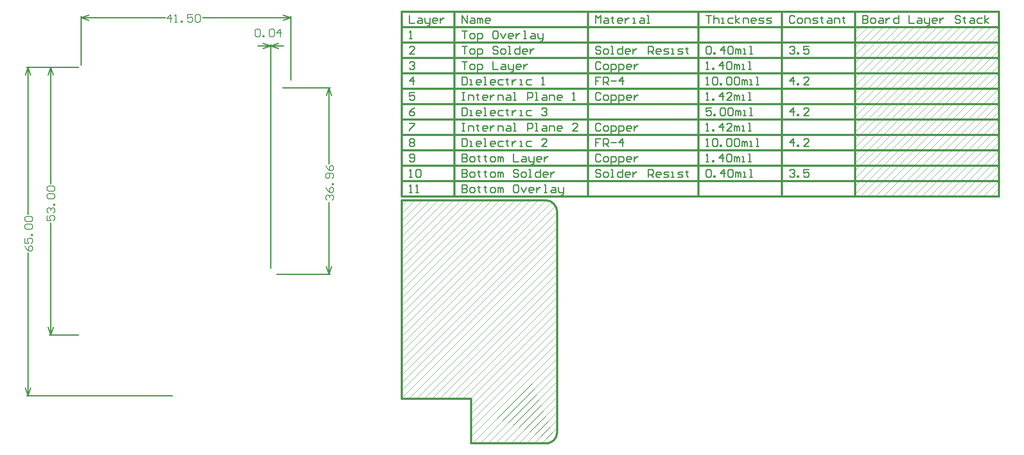
<source format=gm1>
G04 Layer_Color=16711935*
%FSAX25Y25*%
%MOIN*%
G70*
G01*
G75*
%ADD23C,0.01500*%
%ADD52C,0.01000*%
%ADD75C,0.00100*%
%ADD76C,0.00600*%
D23*
X0673495Y0309248D02*
X0675199Y0309080D01*
X0676838Y0308583D01*
X0678349Y0307775D01*
X0679673Y0306689D01*
X0680760Y0305365D01*
X0681567Y0303854D01*
X0682064Y0302215D01*
X0682232Y0300511D01*
Y0128674D02*
Y0300511D01*
X0682064Y0126970D02*
X0682232Y0128674D01*
X0681567Y0125330D02*
X0682064Y0126970D01*
X0680760Y0123820D02*
X0681567Y0125330D01*
X0679673Y0122496D02*
X0680760Y0123820D01*
X0678349Y0121409D02*
X0679673Y0122496D01*
X0676838Y0120602D02*
X0678349Y0121409D01*
X0675199Y0120105D02*
X0676838Y0120602D01*
X0673495Y0119937D02*
X0675199Y0120105D01*
X0615245Y0119937D02*
X0673495D01*
X0615245D02*
Y0154886D01*
X0561364D02*
X0615245D01*
X0561364D02*
Y0309248D01*
X0673495D01*
X1026241Y0312248D02*
Y0456248D01*
X0914273Y0432248D02*
X1026241D01*
X0914273Y0420248D02*
X1026241D01*
X0914273Y0408248D02*
X1026241D01*
X0914273Y0396248D02*
X1026241D01*
X0914273Y0384248D02*
X1026241D01*
X0914273Y0372248D02*
X1026241D01*
X0914273Y0360248D02*
X1026241D01*
X0914273Y0348248D02*
X1026241D01*
X0914273Y0336248D02*
X1026241D01*
X0914273Y0324248D02*
X1026241D01*
X0914273Y0312248D02*
X1026241D01*
X0914273D02*
Y0456248D01*
X0857287Y0432248D02*
X0914273D01*
X0857287Y0420248D02*
X0914273D01*
X0857287Y0408248D02*
X0914273D01*
X0857287Y0396248D02*
X0914273D01*
X0857287Y0384248D02*
X0914273D01*
X0857287Y0372248D02*
X0914273D01*
X0857287Y0360248D02*
X0914273D01*
X0857287Y0348248D02*
X0914273D01*
X0857287Y0336248D02*
X0914273D01*
X0857287Y0324248D02*
X0914273D01*
X0857287Y0312248D02*
X0914273D01*
X0857287D02*
Y0456248D01*
X0792303Y0432248D02*
X0857287D01*
X0792303Y0420248D02*
X0857287D01*
X0792303Y0408248D02*
X0857287D01*
X0792303Y0396248D02*
X0857287D01*
X0792303Y0384248D02*
X0857287D01*
X0792303Y0372248D02*
X0857287D01*
X0792303Y0360248D02*
X0857287D01*
X0792303Y0348248D02*
X0857287D01*
X0792303Y0336248D02*
X0857287D01*
X0792303Y0324248D02*
X0857287D01*
X0792303Y0312248D02*
X0857287D01*
X0792303D02*
Y0456248D01*
X0706326Y0432248D02*
X0792303D01*
X0706326Y0420248D02*
X0792303D01*
X0706326Y0408248D02*
X0792303D01*
X0706326Y0396248D02*
X0792303D01*
X0706326Y0384248D02*
X0792303D01*
X0706326Y0372248D02*
X0792303D01*
X0706326Y0360248D02*
X0792303D01*
X0706326Y0348248D02*
X0792303D01*
X0706326Y0336248D02*
X0792303D01*
X0706326Y0324248D02*
X0792303D01*
X0706326Y0312248D02*
X0792303D01*
X0706326D02*
Y0456248D01*
X0602355Y0432248D02*
X0706326D01*
X0602355Y0420248D02*
X0706326D01*
X0602355Y0408248D02*
X0706326D01*
X0602355Y0396248D02*
X0706326D01*
X0602355Y0384248D02*
X0706326D01*
X0602355Y0372248D02*
X0706326D01*
X0602355Y0360248D02*
X0706326D01*
X0602355Y0348248D02*
X0706326D01*
X0602355Y0336248D02*
X0706326D01*
X0602355Y0324248D02*
X0706326D01*
X0602355Y0312248D02*
X0706326D01*
X0602355D02*
Y0456248D01*
X0561364Y0432248D02*
X0602355D01*
X0561364Y0420248D02*
X0602355D01*
X0561364Y0408248D02*
X0602355D01*
X0561364Y0396248D02*
X0602355D01*
X0561364Y0384248D02*
X0602355D01*
X0561364Y0372248D02*
X0602355D01*
X0561364Y0360248D02*
X0602355D01*
X0561364Y0348248D02*
X0602355D01*
X0561364Y0336248D02*
X0602355D01*
X0561364Y0324248D02*
X0602355D01*
X0561364Y0312248D02*
X0602355D01*
X0561364D02*
Y0456248D01*
X1026241D01*
X0561364Y0444248D02*
X1026241D01*
D52*
X0463905Y0251657D02*
X0505634D01*
X0468602Y0397157D02*
X0505634D01*
X0504634Y0251657D02*
Y0307712D01*
Y0337903D02*
Y0397157D01*
Y0251657D02*
X0506634Y0257657D01*
X0502634D02*
X0504634Y0251657D01*
X0502634Y0391157D02*
X0504634Y0397157D01*
X0506634Y0391157D01*
X0459134Y0256429D02*
Y0430657D01*
X0459303Y0406457D02*
Y0430657D01*
Y0429657D02*
X0469303D01*
X0449134D02*
X0459134D01*
X0459303D02*
X0465303Y0427657D01*
X0459303Y0429657D02*
X0465303Y0431657D01*
X0453134D02*
X0459134Y0429657D01*
X0453134Y0427657D02*
X0459134Y0429657D01*
X0475051Y0403079D02*
Y0452748D01*
X0311665Y0414890D02*
Y0452748D01*
X0406354Y0451748D02*
X0475051D01*
X0311665D02*
X0377162D01*
X0469051Y0453748D02*
X0475051Y0451748D01*
X0469051Y0449748D02*
X0475051Y0451748D01*
X0311665D02*
X0317665Y0449748D01*
X0311665Y0451748D02*
X0317665Y0453748D01*
X0269303Y0157000D02*
X0382516D01*
X0269303Y0412906D02*
X0309681D01*
X0270303Y0157000D02*
Y0268257D01*
Y0298448D02*
Y0412906D01*
Y0157000D02*
X0272303Y0163000D01*
X0268303D02*
X0270303Y0157000D01*
X0268303Y0406906D02*
X0270303Y0412906D01*
X0272303Y0406906D01*
X0286803Y0412906D02*
X0309681D01*
X0286803Y0204244D02*
X0309681D01*
X0287803Y0322070D02*
Y0412906D01*
Y0204244D02*
Y0291879D01*
X0285803Y0406906D02*
X0287803Y0412906D01*
X0289803Y0406906D01*
X0287803Y0204244D02*
X0289803Y0210244D01*
X0285803D02*
X0287803Y0204244D01*
X0920273Y0453246D02*
Y0447248D01*
X0923272D01*
X0924271Y0448248D01*
Y0449247D01*
X0923272Y0450247D01*
X0920273D01*
X0923272D01*
X0924271Y0451247D01*
Y0452246D01*
X0923272Y0453246D01*
X0920273D01*
X0927271Y0447248D02*
X0929270D01*
X0930270Y0448248D01*
Y0450247D01*
X0929270Y0451247D01*
X0927271D01*
X0926271Y0450247D01*
Y0448248D01*
X0927271Y0447248D01*
X0933269Y0451247D02*
X0935268D01*
X0936267Y0450247D01*
Y0447248D01*
X0933269D01*
X0932269Y0448248D01*
X0933269Y0449247D01*
X0936267D01*
X0938267Y0451247D02*
Y0447248D01*
Y0449247D01*
X0939267Y0450247D01*
X0940266Y0451247D01*
X0941266D01*
X0948264Y0453246D02*
Y0447248D01*
X0945265D01*
X0944265Y0448248D01*
Y0450247D01*
X0945265Y0451247D01*
X0948264D01*
X0956261Y0453246D02*
Y0447248D01*
X0960260D01*
X0963259Y0451247D02*
X0965258D01*
X0966258Y0450247D01*
Y0447248D01*
X0963259D01*
X0962259Y0448248D01*
X0963259Y0449247D01*
X0966258D01*
X0968257Y0451247D02*
Y0448248D01*
X0969257Y0447248D01*
X0972256D01*
Y0446248D01*
X0971256Y0445249D01*
X0970257D01*
X0972256Y0447248D02*
Y0451247D01*
X0977254Y0447248D02*
X0975255D01*
X0974255Y0448248D01*
Y0450247D01*
X0975255Y0451247D01*
X0977254D01*
X0978254Y0450247D01*
Y0449247D01*
X0974255D01*
X0980253Y0451247D02*
Y0447248D01*
Y0449247D01*
X0981253Y0450247D01*
X0982253Y0451247D01*
X0983252D01*
X0996248Y0452246D02*
X0995249Y0453246D01*
X0993249D01*
X0992249Y0452246D01*
Y0451247D01*
X0993249Y0450247D01*
X0995249D01*
X0996248Y0449247D01*
Y0448248D01*
X0995249Y0447248D01*
X0993249D01*
X0992249Y0448248D01*
X0999247Y0452246D02*
Y0451247D01*
X0998248D01*
X1000247D01*
X0999247D01*
Y0448248D01*
X1000247Y0447248D01*
X1004246Y0451247D02*
X1006245D01*
X1007245Y0450247D01*
Y0447248D01*
X1004246D01*
X1003246Y0448248D01*
X1004246Y0449247D01*
X1007245D01*
X1013243Y0451247D02*
X1010244D01*
X1009244Y0450247D01*
Y0448248D01*
X1010244Y0447248D01*
X1013243D01*
X1015242D02*
Y0453246D01*
Y0449247D02*
X1018241Y0451247D01*
X1015242Y0449247D02*
X1018241Y0447248D01*
X0863287Y0428246D02*
X0864286Y0429246D01*
X0866286D01*
X0867285Y0428246D01*
Y0427247D01*
X0866286Y0426247D01*
X0865286D01*
X0866286D01*
X0867285Y0425247D01*
Y0424248D01*
X0866286Y0423248D01*
X0864286D01*
X0863287Y0424248D01*
X0869285Y0423248D02*
Y0424248D01*
X0870284D01*
Y0423248D01*
X0869285D01*
X0878282Y0429246D02*
X0874283D01*
Y0426247D01*
X0876282Y0427247D01*
X0877282D01*
X0878282Y0426247D01*
Y0424248D01*
X0877282Y0423248D01*
X0875283D01*
X0874283Y0424248D01*
X0866286Y0399248D02*
Y0405246D01*
X0863287Y0402247D01*
X0867285D01*
X0869285Y0399248D02*
Y0400248D01*
X0870284D01*
Y0399248D01*
X0869285D01*
X0878282D02*
X0874283D01*
X0878282Y0403247D01*
Y0404246D01*
X0877282Y0405246D01*
X0875283D01*
X0874283Y0404246D01*
X0866286Y0375248D02*
Y0381246D01*
X0863287Y0378247D01*
X0867285D01*
X0869285Y0375248D02*
Y0376248D01*
X0870284D01*
Y0375248D01*
X0869285D01*
X0878282D02*
X0874283D01*
X0878282Y0379247D01*
Y0380246D01*
X0877282Y0381246D01*
X0875283D01*
X0874283Y0380246D01*
X0866286Y0351248D02*
Y0357246D01*
X0863287Y0354247D01*
X0867285D01*
X0869285Y0351248D02*
Y0352248D01*
X0870284D01*
Y0351248D01*
X0869285D01*
X0878282D02*
X0874283D01*
X0878282Y0355247D01*
Y0356246D01*
X0877282Y0357246D01*
X0875283D01*
X0874283Y0356246D01*
X0863287Y0332246D02*
X0864286Y0333246D01*
X0866286D01*
X0867285Y0332246D01*
Y0331247D01*
X0866286Y0330247D01*
X0865286D01*
X0866286D01*
X0867285Y0329247D01*
Y0328248D01*
X0866286Y0327248D01*
X0864286D01*
X0863287Y0328248D01*
X0869285Y0327248D02*
Y0328248D01*
X0870284D01*
Y0327248D01*
X0869285D01*
X0878282Y0333246D02*
X0874283D01*
Y0330247D01*
X0876282Y0331247D01*
X0877282D01*
X0878282Y0330247D01*
Y0328248D01*
X0877282Y0327248D01*
X0875283D01*
X0874283Y0328248D01*
X0867285Y0452246D02*
X0866286Y0453246D01*
X0864286D01*
X0863287Y0452246D01*
Y0448248D01*
X0864286Y0447248D01*
X0866286D01*
X0867285Y0448248D01*
X0870284Y0447248D02*
X0872284D01*
X0873283Y0448248D01*
Y0450247D01*
X0872284Y0451247D01*
X0870284D01*
X0869285Y0450247D01*
Y0448248D01*
X0870284Y0447248D01*
X0875283D02*
Y0451247D01*
X0878282D01*
X0879282Y0450247D01*
Y0447248D01*
X0881281D02*
X0884280D01*
X0885279Y0448248D01*
X0884280Y0449247D01*
X0882281D01*
X0881281Y0450247D01*
X0882281Y0451247D01*
X0885279D01*
X0888278Y0452246D02*
Y0451247D01*
X0887279D01*
X0889278D01*
X0888278D01*
Y0448248D01*
X0889278Y0447248D01*
X0893277Y0451247D02*
X0895276D01*
X0896276Y0450247D01*
Y0447248D01*
X0893277D01*
X0892277Y0448248D01*
X0893277Y0449247D01*
X0896276D01*
X0898275Y0447248D02*
Y0451247D01*
X0901274D01*
X0902274Y0450247D01*
Y0447248D01*
X0905273Y0452246D02*
Y0451247D01*
X0904273D01*
X0906273D01*
X0905273D01*
Y0448248D01*
X0906273Y0447248D01*
X0798303Y0428246D02*
X0799303Y0429246D01*
X0801302D01*
X0802302Y0428246D01*
Y0424248D01*
X0801302Y0423248D01*
X0799303D01*
X0798303Y0424248D01*
Y0428246D01*
X0804301Y0423248D02*
Y0424248D01*
X0805301D01*
Y0423248D01*
X0804301D01*
X0812299D02*
Y0429246D01*
X0809300Y0426247D01*
X0813298D01*
X0815298Y0428246D02*
X0816297Y0429246D01*
X0818297D01*
X0819296Y0428246D01*
Y0424248D01*
X0818297Y0423248D01*
X0816297D01*
X0815298Y0424248D01*
Y0428246D01*
X0821296Y0423248D02*
Y0427247D01*
X0822295D01*
X0823295Y0426247D01*
Y0423248D01*
Y0426247D01*
X0824295Y0427247D01*
X0825294Y0426247D01*
Y0423248D01*
X0827294D02*
X0829293D01*
X0828293D01*
Y0427247D01*
X0827294D01*
X0832292Y0423248D02*
X0834291D01*
X0833292D01*
Y0429246D01*
X0832292D01*
X0798303Y0411248D02*
X0800303D01*
X0799303D01*
Y0417246D01*
X0798303Y0416246D01*
X0803302Y0411248D02*
Y0412248D01*
X0804301D01*
Y0411248D01*
X0803302D01*
X0811299D02*
Y0417246D01*
X0808300Y0414247D01*
X0812299D01*
X0814298Y0416246D02*
X0815298Y0417246D01*
X0817297D01*
X0818297Y0416246D01*
Y0412248D01*
X0817297Y0411248D01*
X0815298D01*
X0814298Y0412248D01*
Y0416246D01*
X0820296Y0411248D02*
Y0415247D01*
X0821296D01*
X0822295Y0414247D01*
Y0411248D01*
Y0414247D01*
X0823295Y0415247D01*
X0824295Y0414247D01*
Y0411248D01*
X0826294D02*
X0828293D01*
X0827294D01*
Y0415247D01*
X0826294D01*
X0831292Y0411248D02*
X0833292D01*
X0832292D01*
Y0417246D01*
X0831292D01*
X0798303Y0399248D02*
X0800303D01*
X0799303D01*
Y0405246D01*
X0798303Y0404246D01*
X0803302D02*
X0804301Y0405246D01*
X0806301D01*
X0807300Y0404246D01*
Y0400248D01*
X0806301Y0399248D01*
X0804301D01*
X0803302Y0400248D01*
Y0404246D01*
X0809300Y0399248D02*
Y0400248D01*
X0810299D01*
Y0399248D01*
X0809300D01*
X0814298Y0404246D02*
X0815298Y0405246D01*
X0817297D01*
X0818297Y0404246D01*
Y0400248D01*
X0817297Y0399248D01*
X0815298D01*
X0814298Y0400248D01*
Y0404246D01*
X0820296D02*
X0821296Y0405246D01*
X0823295D01*
X0824295Y0404246D01*
Y0400248D01*
X0823295Y0399248D01*
X0821296D01*
X0820296Y0400248D01*
Y0404246D01*
X0826294Y0399248D02*
Y0403247D01*
X0827294D01*
X0828293Y0402247D01*
Y0399248D01*
Y0402247D01*
X0829293Y0403247D01*
X0830293Y0402247D01*
Y0399248D01*
X0832292D02*
X0834291D01*
X0833292D01*
Y0403247D01*
X0832292D01*
X0837290Y0399248D02*
X0839290D01*
X0838290D01*
Y0405246D01*
X0837290D01*
X0798303Y0387248D02*
X0800303D01*
X0799303D01*
Y0393246D01*
X0798303Y0392246D01*
X0803302Y0387248D02*
Y0388248D01*
X0804301D01*
Y0387248D01*
X0803302D01*
X0811299D02*
Y0393246D01*
X0808300Y0390247D01*
X0812299D01*
X0818297Y0387248D02*
X0814298D01*
X0818297Y0391247D01*
Y0392246D01*
X0817297Y0393246D01*
X0815298D01*
X0814298Y0392246D01*
X0820296Y0387248D02*
Y0391247D01*
X0821296D01*
X0822295Y0390247D01*
Y0387248D01*
Y0390247D01*
X0823295Y0391247D01*
X0824295Y0390247D01*
Y0387248D01*
X0826294D02*
X0828293D01*
X0827294D01*
Y0391247D01*
X0826294D01*
X0831292Y0387248D02*
X0833292D01*
X0832292D01*
Y0393246D01*
X0831292D01*
X0802302Y0381246D02*
X0798303D01*
Y0378247D01*
X0800303Y0379247D01*
X0801302D01*
X0802302Y0378247D01*
Y0376248D01*
X0801302Y0375248D01*
X0799303D01*
X0798303Y0376248D01*
X0804301Y0375248D02*
Y0376248D01*
X0805301D01*
Y0375248D01*
X0804301D01*
X0809300Y0380246D02*
X0810299Y0381246D01*
X0812299D01*
X0813298Y0380246D01*
Y0376248D01*
X0812299Y0375248D01*
X0810299D01*
X0809300Y0376248D01*
Y0380246D01*
X0815298D02*
X0816297Y0381246D01*
X0818297D01*
X0819296Y0380246D01*
Y0376248D01*
X0818297Y0375248D01*
X0816297D01*
X0815298Y0376248D01*
Y0380246D01*
X0821296Y0375248D02*
Y0379247D01*
X0822295D01*
X0823295Y0378247D01*
Y0375248D01*
Y0378247D01*
X0824295Y0379247D01*
X0825294Y0378247D01*
Y0375248D01*
X0827294D02*
X0829293D01*
X0828293D01*
Y0379247D01*
X0827294D01*
X0832292Y0375248D02*
X0834291D01*
X0833292D01*
Y0381246D01*
X0832292D01*
X0798303Y0363248D02*
X0800303D01*
X0799303D01*
Y0369246D01*
X0798303Y0368246D01*
X0803302Y0363248D02*
Y0364248D01*
X0804301D01*
Y0363248D01*
X0803302D01*
X0811299D02*
Y0369246D01*
X0808300Y0366247D01*
X0812299D01*
X0818297Y0363248D02*
X0814298D01*
X0818297Y0367247D01*
Y0368246D01*
X0817297Y0369246D01*
X0815298D01*
X0814298Y0368246D01*
X0820296Y0363248D02*
Y0367247D01*
X0821296D01*
X0822295Y0366247D01*
Y0363248D01*
Y0366247D01*
X0823295Y0367247D01*
X0824295Y0366247D01*
Y0363248D01*
X0826294D02*
X0828293D01*
X0827294D01*
Y0367247D01*
X0826294D01*
X0831292Y0363248D02*
X0833292D01*
X0832292D01*
Y0369246D01*
X0831292D01*
X0798303Y0351248D02*
X0800303D01*
X0799303D01*
Y0357246D01*
X0798303Y0356246D01*
X0803302D02*
X0804301Y0357246D01*
X0806301D01*
X0807300Y0356246D01*
Y0352248D01*
X0806301Y0351248D01*
X0804301D01*
X0803302Y0352248D01*
Y0356246D01*
X0809300Y0351248D02*
Y0352248D01*
X0810299D01*
Y0351248D01*
X0809300D01*
X0814298Y0356246D02*
X0815298Y0357246D01*
X0817297D01*
X0818297Y0356246D01*
Y0352248D01*
X0817297Y0351248D01*
X0815298D01*
X0814298Y0352248D01*
Y0356246D01*
X0820296D02*
X0821296Y0357246D01*
X0823295D01*
X0824295Y0356246D01*
Y0352248D01*
X0823295Y0351248D01*
X0821296D01*
X0820296Y0352248D01*
Y0356246D01*
X0826294Y0351248D02*
Y0355247D01*
X0827294D01*
X0828293Y0354247D01*
Y0351248D01*
Y0354247D01*
X0829293Y0355247D01*
X0830293Y0354247D01*
Y0351248D01*
X0832292D02*
X0834291D01*
X0833292D01*
Y0355247D01*
X0832292D01*
X0837290Y0351248D02*
X0839290D01*
X0838290D01*
Y0357246D01*
X0837290D01*
X0798303Y0339248D02*
X0800303D01*
X0799303D01*
Y0345246D01*
X0798303Y0344246D01*
X0803302Y0339248D02*
Y0340248D01*
X0804301D01*
Y0339248D01*
X0803302D01*
X0811299D02*
Y0345246D01*
X0808300Y0342247D01*
X0812299D01*
X0814298Y0344246D02*
X0815298Y0345246D01*
X0817297D01*
X0818297Y0344246D01*
Y0340248D01*
X0817297Y0339248D01*
X0815298D01*
X0814298Y0340248D01*
Y0344246D01*
X0820296Y0339248D02*
Y0343247D01*
X0821296D01*
X0822295Y0342247D01*
Y0339248D01*
Y0342247D01*
X0823295Y0343247D01*
X0824295Y0342247D01*
Y0339248D01*
X0826294D02*
X0828293D01*
X0827294D01*
Y0343247D01*
X0826294D01*
X0831292Y0339248D02*
X0833292D01*
X0832292D01*
Y0345246D01*
X0831292D01*
X0798303Y0332246D02*
X0799303Y0333246D01*
X0801302D01*
X0802302Y0332246D01*
Y0328248D01*
X0801302Y0327248D01*
X0799303D01*
X0798303Y0328248D01*
Y0332246D01*
X0804301Y0327248D02*
Y0328248D01*
X0805301D01*
Y0327248D01*
X0804301D01*
X0812299D02*
Y0333246D01*
X0809300Y0330247D01*
X0813298D01*
X0815298Y0332246D02*
X0816297Y0333246D01*
X0818297D01*
X0819296Y0332246D01*
Y0328248D01*
X0818297Y0327248D01*
X0816297D01*
X0815298Y0328248D01*
Y0332246D01*
X0821296Y0327248D02*
Y0331247D01*
X0822295D01*
X0823295Y0330247D01*
Y0327248D01*
Y0330247D01*
X0824295Y0331247D01*
X0825294Y0330247D01*
Y0327248D01*
X0827294D02*
X0829293D01*
X0828293D01*
Y0331247D01*
X0827294D01*
X0832292Y0327248D02*
X0834291D01*
X0833292D01*
Y0333246D01*
X0832292D01*
X0798303Y0453246D02*
X0802302D01*
X0800303D01*
Y0447248D01*
X0804301Y0453246D02*
Y0447248D01*
Y0450247D01*
X0805301Y0451247D01*
X0807300D01*
X0808300Y0450247D01*
Y0447248D01*
X0810299D02*
X0812299D01*
X0811299D01*
Y0451247D01*
X0810299D01*
X0819296D02*
X0816297D01*
X0815298Y0450247D01*
Y0448248D01*
X0816297Y0447248D01*
X0819296D01*
X0821296D02*
Y0453246D01*
Y0449247D02*
X0824295Y0451247D01*
X0821296Y0449247D02*
X0824295Y0447248D01*
X0827294D02*
Y0451247D01*
X0830293D01*
X0831292Y0450247D01*
Y0447248D01*
X0836291D02*
X0834291D01*
X0833292Y0448248D01*
Y0450247D01*
X0834291Y0451247D01*
X0836291D01*
X0837290Y0450247D01*
Y0449247D01*
X0833292D01*
X0839290Y0447248D02*
X0842289D01*
X0843289Y0448248D01*
X0842289Y0449247D01*
X0840289D01*
X0839290Y0450247D01*
X0840289Y0451247D01*
X0843289D01*
X0845288Y0447248D02*
X0848287D01*
X0849287Y0448248D01*
X0848287Y0449247D01*
X0846288D01*
X0845288Y0450247D01*
X0846288Y0451247D01*
X0849287D01*
X0716325Y0428246D02*
X0715325Y0429246D01*
X0713326D01*
X0712326Y0428246D01*
Y0427247D01*
X0713326Y0426247D01*
X0715325D01*
X0716325Y0425247D01*
Y0424248D01*
X0715325Y0423248D01*
X0713326D01*
X0712326Y0424248D01*
X0719324Y0423248D02*
X0721323D01*
X0722323Y0424248D01*
Y0426247D01*
X0721323Y0427247D01*
X0719324D01*
X0718325Y0426247D01*
Y0424248D01*
X0719324Y0423248D01*
X0724323D02*
X0726322D01*
X0725322D01*
Y0429246D01*
X0724323D01*
X0733320D02*
Y0423248D01*
X0730321D01*
X0729321Y0424248D01*
Y0426247D01*
X0730321Y0427247D01*
X0733320D01*
X0738318Y0423248D02*
X0736319D01*
X0735319Y0424248D01*
Y0426247D01*
X0736319Y0427247D01*
X0738318D01*
X0739318Y0426247D01*
Y0425247D01*
X0735319D01*
X0741317Y0427247D02*
Y0423248D01*
Y0425247D01*
X0742317Y0426247D01*
X0743316Y0427247D01*
X0744316D01*
X0753313Y0423248D02*
Y0429246D01*
X0756312D01*
X0757312Y0428246D01*
Y0426247D01*
X0756312Y0425247D01*
X0753313D01*
X0755312D02*
X0757312Y0423248D01*
X0762310D02*
X0760311D01*
X0759311Y0424248D01*
Y0426247D01*
X0760311Y0427247D01*
X0762310D01*
X0763310Y0426247D01*
Y0425247D01*
X0759311D01*
X0765309Y0423248D02*
X0768308D01*
X0769308Y0424248D01*
X0768308Y0425247D01*
X0766309D01*
X0765309Y0426247D01*
X0766309Y0427247D01*
X0769308D01*
X0771307Y0423248D02*
X0773307D01*
X0772307D01*
Y0427247D01*
X0771307D01*
X0776306Y0423248D02*
X0779305D01*
X0780304Y0424248D01*
X0779305Y0425247D01*
X0777305D01*
X0776306Y0426247D01*
X0777305Y0427247D01*
X0780304D01*
X0783303Y0428246D02*
Y0427247D01*
X0782304D01*
X0784303D01*
X0783303D01*
Y0424248D01*
X0784303Y0423248D01*
X0716325Y0416246D02*
X0715325Y0417246D01*
X0713326D01*
X0712326Y0416246D01*
Y0412248D01*
X0713326Y0411248D01*
X0715325D01*
X0716325Y0412248D01*
X0719324Y0411248D02*
X0721323D01*
X0722323Y0412248D01*
Y0414247D01*
X0721323Y0415247D01*
X0719324D01*
X0718325Y0414247D01*
Y0412248D01*
X0719324Y0411248D01*
X0724323Y0409249D02*
Y0415247D01*
X0727322D01*
X0728321Y0414247D01*
Y0412248D01*
X0727322Y0411248D01*
X0724323D01*
X0730321Y0409249D02*
Y0415247D01*
X0733320D01*
X0734319Y0414247D01*
Y0412248D01*
X0733320Y0411248D01*
X0730321D01*
X0739318D02*
X0737318D01*
X0736319Y0412248D01*
Y0414247D01*
X0737318Y0415247D01*
X0739318D01*
X0740317Y0414247D01*
Y0413247D01*
X0736319D01*
X0742317Y0415247D02*
Y0411248D01*
Y0413247D01*
X0743316Y0414247D01*
X0744316Y0415247D01*
X0745316D01*
X0716325Y0405246D02*
X0712326D01*
Y0402247D01*
X0714326D01*
X0712326D01*
Y0399248D01*
X0718325D02*
Y0405246D01*
X0721323D01*
X0722323Y0404246D01*
Y0402247D01*
X0721323Y0401247D01*
X0718325D01*
X0720324D02*
X0722323Y0399248D01*
X0724323Y0402247D02*
X0728321D01*
X0733320Y0399248D02*
Y0405246D01*
X0730321Y0402247D01*
X0734319D01*
X0716325Y0392246D02*
X0715325Y0393246D01*
X0713326D01*
X0712326Y0392246D01*
Y0388248D01*
X0713326Y0387248D01*
X0715325D01*
X0716325Y0388248D01*
X0719324Y0387248D02*
X0721323D01*
X0722323Y0388248D01*
Y0390247D01*
X0721323Y0391247D01*
X0719324D01*
X0718325Y0390247D01*
Y0388248D01*
X0719324Y0387248D01*
X0724323Y0385249D02*
Y0391247D01*
X0727322D01*
X0728321Y0390247D01*
Y0388248D01*
X0727322Y0387248D01*
X0724323D01*
X0730321Y0385249D02*
Y0391247D01*
X0733320D01*
X0734319Y0390247D01*
Y0388248D01*
X0733320Y0387248D01*
X0730321D01*
X0739318D02*
X0737318D01*
X0736319Y0388248D01*
Y0390247D01*
X0737318Y0391247D01*
X0739318D01*
X0740317Y0390247D01*
Y0389247D01*
X0736319D01*
X0742317Y0391247D02*
Y0387248D01*
Y0389247D01*
X0743316Y0390247D01*
X0744316Y0391247D01*
X0745316D01*
X0716325Y0368246D02*
X0715325Y0369246D01*
X0713326D01*
X0712326Y0368246D01*
Y0364248D01*
X0713326Y0363248D01*
X0715325D01*
X0716325Y0364248D01*
X0719324Y0363248D02*
X0721323D01*
X0722323Y0364248D01*
Y0366247D01*
X0721323Y0367247D01*
X0719324D01*
X0718325Y0366247D01*
Y0364248D01*
X0719324Y0363248D01*
X0724323Y0361249D02*
Y0367247D01*
X0727322D01*
X0728321Y0366247D01*
Y0364248D01*
X0727322Y0363248D01*
X0724323D01*
X0730321Y0361249D02*
Y0367247D01*
X0733320D01*
X0734319Y0366247D01*
Y0364248D01*
X0733320Y0363248D01*
X0730321D01*
X0739318D02*
X0737318D01*
X0736319Y0364248D01*
Y0366247D01*
X0737318Y0367247D01*
X0739318D01*
X0740317Y0366247D01*
Y0365247D01*
X0736319D01*
X0742317Y0367247D02*
Y0363248D01*
Y0365247D01*
X0743316Y0366247D01*
X0744316Y0367247D01*
X0745316D01*
X0716325Y0357246D02*
X0712326D01*
Y0354247D01*
X0714326D01*
X0712326D01*
Y0351248D01*
X0718325D02*
Y0357246D01*
X0721323D01*
X0722323Y0356246D01*
Y0354247D01*
X0721323Y0353247D01*
X0718325D01*
X0720324D02*
X0722323Y0351248D01*
X0724323Y0354247D02*
X0728321D01*
X0733320Y0351248D02*
Y0357246D01*
X0730321Y0354247D01*
X0734319D01*
X0716325Y0344246D02*
X0715325Y0345246D01*
X0713326D01*
X0712326Y0344246D01*
Y0340248D01*
X0713326Y0339248D01*
X0715325D01*
X0716325Y0340248D01*
X0719324Y0339248D02*
X0721323D01*
X0722323Y0340248D01*
Y0342247D01*
X0721323Y0343247D01*
X0719324D01*
X0718325Y0342247D01*
Y0340248D01*
X0719324Y0339248D01*
X0724323Y0337249D02*
Y0343247D01*
X0727322D01*
X0728321Y0342247D01*
Y0340248D01*
X0727322Y0339248D01*
X0724323D01*
X0730321Y0337249D02*
Y0343247D01*
X0733320D01*
X0734319Y0342247D01*
Y0340248D01*
X0733320Y0339248D01*
X0730321D01*
X0739318D02*
X0737318D01*
X0736319Y0340248D01*
Y0342247D01*
X0737318Y0343247D01*
X0739318D01*
X0740317Y0342247D01*
Y0341247D01*
X0736319D01*
X0742317Y0343247D02*
Y0339248D01*
Y0341247D01*
X0743316Y0342247D01*
X0744316Y0343247D01*
X0745316D01*
X0716325Y0332246D02*
X0715325Y0333246D01*
X0713326D01*
X0712326Y0332246D01*
Y0331247D01*
X0713326Y0330247D01*
X0715325D01*
X0716325Y0329247D01*
Y0328248D01*
X0715325Y0327248D01*
X0713326D01*
X0712326Y0328248D01*
X0719324Y0327248D02*
X0721323D01*
X0722323Y0328248D01*
Y0330247D01*
X0721323Y0331247D01*
X0719324D01*
X0718325Y0330247D01*
Y0328248D01*
X0719324Y0327248D01*
X0724323D02*
X0726322D01*
X0725322D01*
Y0333246D01*
X0724323D01*
X0733320D02*
Y0327248D01*
X0730321D01*
X0729321Y0328248D01*
Y0330247D01*
X0730321Y0331247D01*
X0733320D01*
X0738318Y0327248D02*
X0736319D01*
X0735319Y0328248D01*
Y0330247D01*
X0736319Y0331247D01*
X0738318D01*
X0739318Y0330247D01*
Y0329247D01*
X0735319D01*
X0741317Y0331247D02*
Y0327248D01*
Y0329247D01*
X0742317Y0330247D01*
X0743316Y0331247D01*
X0744316D01*
X0753313Y0327248D02*
Y0333246D01*
X0756312D01*
X0757312Y0332246D01*
Y0330247D01*
X0756312Y0329247D01*
X0753313D01*
X0755312D02*
X0757312Y0327248D01*
X0762310D02*
X0760311D01*
X0759311Y0328248D01*
Y0330247D01*
X0760311Y0331247D01*
X0762310D01*
X0763310Y0330247D01*
Y0329247D01*
X0759311D01*
X0765309Y0327248D02*
X0768308D01*
X0769308Y0328248D01*
X0768308Y0329247D01*
X0766309D01*
X0765309Y0330247D01*
X0766309Y0331247D01*
X0769308D01*
X0771307Y0327248D02*
X0773307D01*
X0772307D01*
Y0331247D01*
X0771307D01*
X0776306Y0327248D02*
X0779305D01*
X0780304Y0328248D01*
X0779305Y0329247D01*
X0777305D01*
X0776306Y0330247D01*
X0777305Y0331247D01*
X0780304D01*
X0783303Y0332246D02*
Y0331247D01*
X0782304D01*
X0784303D01*
X0783303D01*
Y0328248D01*
X0784303Y0327248D01*
X0712326Y0447248D02*
Y0453246D01*
X0714326Y0451247D01*
X0716325Y0453246D01*
Y0447248D01*
X0719324Y0451247D02*
X0721323D01*
X0722323Y0450247D01*
Y0447248D01*
X0719324D01*
X0718325Y0448248D01*
X0719324Y0449247D01*
X0722323D01*
X0725322Y0452246D02*
Y0451247D01*
X0724323D01*
X0726322D01*
X0725322D01*
Y0448248D01*
X0726322Y0447248D01*
X0732320D02*
X0730321D01*
X0729321Y0448248D01*
Y0450247D01*
X0730321Y0451247D01*
X0732320D01*
X0733320Y0450247D01*
Y0449247D01*
X0729321D01*
X0735319Y0451247D02*
Y0447248D01*
Y0449247D01*
X0736319Y0450247D01*
X0737318Y0451247D01*
X0738318D01*
X0741317Y0447248D02*
X0743316D01*
X0742317D01*
Y0451247D01*
X0741317D01*
X0747315D02*
X0749314D01*
X0750314Y0450247D01*
Y0447248D01*
X0747315D01*
X0746315Y0448248D01*
X0747315Y0449247D01*
X0750314D01*
X0752314Y0447248D02*
X0754313D01*
X0753313D01*
Y0453246D01*
X0752314D01*
X0608356Y0441246D02*
X0612354D01*
X0610355D01*
Y0435248D01*
X0615353D02*
X0617353D01*
X0618352Y0436248D01*
Y0438247D01*
X0617353Y0439247D01*
X0615353D01*
X0614354Y0438247D01*
Y0436248D01*
X0615353Y0435248D01*
X0620352Y0433249D02*
Y0439247D01*
X0623351D01*
X0624350Y0438247D01*
Y0436248D01*
X0623351Y0435248D01*
X0620352D01*
X0635347Y0441246D02*
X0633347D01*
X0632348Y0440246D01*
Y0436248D01*
X0633347Y0435248D01*
X0635347D01*
X0636346Y0436248D01*
Y0440246D01*
X0635347Y0441246D01*
X0638346Y0439247D02*
X0640345Y0435248D01*
X0642345Y0439247D01*
X0647343Y0435248D02*
X0645344D01*
X0644344Y0436248D01*
Y0438247D01*
X0645344Y0439247D01*
X0647343D01*
X0648343Y0438247D01*
Y0437247D01*
X0644344D01*
X0650342Y0439247D02*
Y0435248D01*
Y0437247D01*
X0651342Y0438247D01*
X0652341Y0439247D01*
X0653341D01*
X0656340Y0435248D02*
X0658339D01*
X0657340D01*
Y0441246D01*
X0656340D01*
X0662338Y0439247D02*
X0664337D01*
X0665337Y0438247D01*
Y0435248D01*
X0662338D01*
X0661338Y0436248D01*
X0662338Y0437247D01*
X0665337D01*
X0667336Y0439247D02*
Y0436248D01*
X0668336Y0435248D01*
X0671335D01*
Y0434248D01*
X0670335Y0433249D01*
X0669336D01*
X0671335Y0435248D02*
Y0439247D01*
X0608356Y0429246D02*
X0612354D01*
X0610355D01*
Y0423248D01*
X0615353D02*
X0617353D01*
X0618352Y0424248D01*
Y0426247D01*
X0617353Y0427247D01*
X0615353D01*
X0614354Y0426247D01*
Y0424248D01*
X0615353Y0423248D01*
X0620352Y0421249D02*
Y0427247D01*
X0623351D01*
X0624350Y0426247D01*
Y0424248D01*
X0623351Y0423248D01*
X0620352D01*
X0636346Y0428246D02*
X0635347Y0429246D01*
X0633347D01*
X0632348Y0428246D01*
Y0427247D01*
X0633347Y0426247D01*
X0635347D01*
X0636346Y0425247D01*
Y0424248D01*
X0635347Y0423248D01*
X0633347D01*
X0632348Y0424248D01*
X0639346Y0423248D02*
X0641345D01*
X0642345Y0424248D01*
Y0426247D01*
X0641345Y0427247D01*
X0639346D01*
X0638346Y0426247D01*
Y0424248D01*
X0639346Y0423248D01*
X0644344D02*
X0646343D01*
X0645344D01*
Y0429246D01*
X0644344D01*
X0653341D02*
Y0423248D01*
X0650342D01*
X0649342Y0424248D01*
Y0426247D01*
X0650342Y0427247D01*
X0653341D01*
X0658339Y0423248D02*
X0656340D01*
X0655340Y0424248D01*
Y0426247D01*
X0656340Y0427247D01*
X0658339D01*
X0659339Y0426247D01*
Y0425247D01*
X0655340D01*
X0661338Y0427247D02*
Y0423248D01*
Y0425247D01*
X0662338Y0426247D01*
X0663338Y0427247D01*
X0664337D01*
X0608356Y0417246D02*
X0612354D01*
X0610355D01*
Y0411248D01*
X0615353D02*
X0617353D01*
X0618352Y0412248D01*
Y0414247D01*
X0617353Y0415247D01*
X0615353D01*
X0614354Y0414247D01*
Y0412248D01*
X0615353Y0411248D01*
X0620352Y0409249D02*
Y0415247D01*
X0623351D01*
X0624350Y0414247D01*
Y0412248D01*
X0623351Y0411248D01*
X0620352D01*
X0632348Y0417246D02*
Y0411248D01*
X0636346D01*
X0639346Y0415247D02*
X0641345D01*
X0642345Y0414247D01*
Y0411248D01*
X0639346D01*
X0638346Y0412248D01*
X0639346Y0413247D01*
X0642345D01*
X0644344Y0415247D02*
Y0412248D01*
X0645344Y0411248D01*
X0648343D01*
Y0410248D01*
X0647343Y0409249D01*
X0646343D01*
X0648343Y0411248D02*
Y0415247D01*
X0653341Y0411248D02*
X0651342D01*
X0650342Y0412248D01*
Y0414247D01*
X0651342Y0415247D01*
X0653341D01*
X0654341Y0414247D01*
Y0413247D01*
X0650342D01*
X0656340Y0415247D02*
Y0411248D01*
Y0413247D01*
X0657340Y0414247D01*
X0658339Y0415247D01*
X0659339D01*
X0608356Y0405246D02*
Y0399248D01*
X0611355D01*
X0612354Y0400248D01*
Y0404246D01*
X0611355Y0405246D01*
X0608356D01*
X0614354Y0399248D02*
X0616353D01*
X0615353D01*
Y0403247D01*
X0614354D01*
X0622351Y0399248D02*
X0620352D01*
X0619352Y0400248D01*
Y0402247D01*
X0620352Y0403247D01*
X0622351D01*
X0623351Y0402247D01*
Y0401247D01*
X0619352D01*
X0625350Y0399248D02*
X0627349D01*
X0626350D01*
Y0405246D01*
X0625350D01*
X0633347Y0399248D02*
X0631348D01*
X0630348Y0400248D01*
Y0402247D01*
X0631348Y0403247D01*
X0633347D01*
X0634347Y0402247D01*
Y0401247D01*
X0630348D01*
X0640345Y0403247D02*
X0637346D01*
X0636346Y0402247D01*
Y0400248D01*
X0637346Y0399248D01*
X0640345D01*
X0643344Y0404246D02*
Y0403247D01*
X0642345D01*
X0644344D01*
X0643344D01*
Y0400248D01*
X0644344Y0399248D01*
X0647343Y0403247D02*
Y0399248D01*
Y0401247D01*
X0648343Y0402247D01*
X0649342Y0403247D01*
X0650342D01*
X0653341Y0399248D02*
X0655340D01*
X0654341D01*
Y0403247D01*
X0653341D01*
X0662338D02*
X0659339D01*
X0658339Y0402247D01*
Y0400248D01*
X0659339Y0399248D01*
X0662338D01*
X0670335D02*
X0672335D01*
X0671335D01*
Y0405246D01*
X0670335Y0404246D01*
X0608356Y0393246D02*
X0610355D01*
X0609355D01*
Y0387248D01*
X0608356D01*
X0610355D01*
X0613354D02*
Y0391247D01*
X0616353D01*
X0617353Y0390247D01*
Y0387248D01*
X0620352Y0392246D02*
Y0391247D01*
X0619352D01*
X0621351D01*
X0620352D01*
Y0388248D01*
X0621351Y0387248D01*
X0627349D02*
X0625350D01*
X0624350Y0388248D01*
Y0390247D01*
X0625350Y0391247D01*
X0627349D01*
X0628349Y0390247D01*
Y0389247D01*
X0624350D01*
X0630348Y0391247D02*
Y0387248D01*
Y0389247D01*
X0631348Y0390247D01*
X0632348Y0391247D01*
X0633347D01*
X0636346Y0387248D02*
Y0391247D01*
X0639346D01*
X0640345Y0390247D01*
Y0387248D01*
X0643344Y0391247D02*
X0645343D01*
X0646343Y0390247D01*
Y0387248D01*
X0643344D01*
X0642345Y0388248D01*
X0643344Y0389247D01*
X0646343D01*
X0648343Y0387248D02*
X0650342D01*
X0649342D01*
Y0393246D01*
X0648343D01*
X0659339Y0387248D02*
Y0393246D01*
X0662338D01*
X0663338Y0392246D01*
Y0390247D01*
X0662338Y0389247D01*
X0659339D01*
X0665337Y0387248D02*
X0667336D01*
X0666337D01*
Y0393246D01*
X0665337D01*
X0671335Y0391247D02*
X0673335D01*
X0674334Y0390247D01*
Y0387248D01*
X0671335D01*
X0670335Y0388248D01*
X0671335Y0389247D01*
X0674334D01*
X0676334Y0387248D02*
Y0391247D01*
X0679332D01*
X0680332Y0390247D01*
Y0387248D01*
X0685331D02*
X0683331D01*
X0682332Y0388248D01*
Y0390247D01*
X0683331Y0391247D01*
X0685331D01*
X0686330Y0390247D01*
Y0389247D01*
X0682332D01*
X0694328Y0387248D02*
X0696327D01*
X0695327D01*
Y0393246D01*
X0694328Y0392246D01*
X0608356Y0381246D02*
Y0375248D01*
X0611355D01*
X0612354Y0376248D01*
Y0380246D01*
X0611355Y0381246D01*
X0608356D01*
X0614354Y0375248D02*
X0616353D01*
X0615353D01*
Y0379247D01*
X0614354D01*
X0622351Y0375248D02*
X0620352D01*
X0619352Y0376248D01*
Y0378247D01*
X0620352Y0379247D01*
X0622351D01*
X0623351Y0378247D01*
Y0377247D01*
X0619352D01*
X0625350Y0375248D02*
X0627349D01*
X0626350D01*
Y0381246D01*
X0625350D01*
X0633347Y0375248D02*
X0631348D01*
X0630348Y0376248D01*
Y0378247D01*
X0631348Y0379247D01*
X0633347D01*
X0634347Y0378247D01*
Y0377247D01*
X0630348D01*
X0640345Y0379247D02*
X0637346D01*
X0636346Y0378247D01*
Y0376248D01*
X0637346Y0375248D01*
X0640345D01*
X0643344Y0380246D02*
Y0379247D01*
X0642345D01*
X0644344D01*
X0643344D01*
Y0376248D01*
X0644344Y0375248D01*
X0647343Y0379247D02*
Y0375248D01*
Y0377247D01*
X0648343Y0378247D01*
X0649342Y0379247D01*
X0650342D01*
X0653341Y0375248D02*
X0655340D01*
X0654341D01*
Y0379247D01*
X0653341D01*
X0662338D02*
X0659339D01*
X0658339Y0378247D01*
Y0376248D01*
X0659339Y0375248D01*
X0662338D01*
X0670335Y0380246D02*
X0671335Y0381246D01*
X0673335D01*
X0674334Y0380246D01*
Y0379247D01*
X0673335Y0378247D01*
X0672335D01*
X0673335D01*
X0674334Y0377247D01*
Y0376248D01*
X0673335Y0375248D01*
X0671335D01*
X0670335Y0376248D01*
X0608356Y0369246D02*
X0610355D01*
X0609355D01*
Y0363248D01*
X0608356D01*
X0610355D01*
X0613354D02*
Y0367247D01*
X0616353D01*
X0617353Y0366247D01*
Y0363248D01*
X0620352Y0368246D02*
Y0367247D01*
X0619352D01*
X0621351D01*
X0620352D01*
Y0364248D01*
X0621351Y0363248D01*
X0627349D02*
X0625350D01*
X0624350Y0364248D01*
Y0366247D01*
X0625350Y0367247D01*
X0627349D01*
X0628349Y0366247D01*
Y0365247D01*
X0624350D01*
X0630348Y0367247D02*
Y0363248D01*
Y0365247D01*
X0631348Y0366247D01*
X0632348Y0367247D01*
X0633347D01*
X0636346Y0363248D02*
Y0367247D01*
X0639346D01*
X0640345Y0366247D01*
Y0363248D01*
X0643344Y0367247D02*
X0645343D01*
X0646343Y0366247D01*
Y0363248D01*
X0643344D01*
X0642345Y0364248D01*
X0643344Y0365247D01*
X0646343D01*
X0648343Y0363248D02*
X0650342D01*
X0649342D01*
Y0369246D01*
X0648343D01*
X0659339Y0363248D02*
Y0369246D01*
X0662338D01*
X0663338Y0368246D01*
Y0366247D01*
X0662338Y0365247D01*
X0659339D01*
X0665337Y0363248D02*
X0667336D01*
X0666337D01*
Y0369246D01*
X0665337D01*
X0671335Y0367247D02*
X0673335D01*
X0674334Y0366247D01*
Y0363248D01*
X0671335D01*
X0670335Y0364248D01*
X0671335Y0365247D01*
X0674334D01*
X0676334Y0363248D02*
Y0367247D01*
X0679332D01*
X0680332Y0366247D01*
Y0363248D01*
X0685331D02*
X0683331D01*
X0682332Y0364248D01*
Y0366247D01*
X0683331Y0367247D01*
X0685331D01*
X0686330Y0366247D01*
Y0365247D01*
X0682332D01*
X0698326Y0363248D02*
X0694328D01*
X0698326Y0367247D01*
Y0368246D01*
X0697327Y0369246D01*
X0695327D01*
X0694328Y0368246D01*
X0608356Y0357246D02*
Y0351248D01*
X0611355D01*
X0612354Y0352248D01*
Y0356246D01*
X0611355Y0357246D01*
X0608356D01*
X0614354Y0351248D02*
X0616353D01*
X0615353D01*
Y0355247D01*
X0614354D01*
X0622351Y0351248D02*
X0620352D01*
X0619352Y0352248D01*
Y0354247D01*
X0620352Y0355247D01*
X0622351D01*
X0623351Y0354247D01*
Y0353247D01*
X0619352D01*
X0625350Y0351248D02*
X0627349D01*
X0626350D01*
Y0357246D01*
X0625350D01*
X0633347Y0351248D02*
X0631348D01*
X0630348Y0352248D01*
Y0354247D01*
X0631348Y0355247D01*
X0633347D01*
X0634347Y0354247D01*
Y0353247D01*
X0630348D01*
X0640345Y0355247D02*
X0637346D01*
X0636346Y0354247D01*
Y0352248D01*
X0637346Y0351248D01*
X0640345D01*
X0643344Y0356246D02*
Y0355247D01*
X0642345D01*
X0644344D01*
X0643344D01*
Y0352248D01*
X0644344Y0351248D01*
X0647343Y0355247D02*
Y0351248D01*
Y0353247D01*
X0648343Y0354247D01*
X0649342Y0355247D01*
X0650342D01*
X0653341Y0351248D02*
X0655340D01*
X0654341D01*
Y0355247D01*
X0653341D01*
X0662338D02*
X0659339D01*
X0658339Y0354247D01*
Y0352248D01*
X0659339Y0351248D01*
X0662338D01*
X0674334D02*
X0670335D01*
X0674334Y0355247D01*
Y0356246D01*
X0673335Y0357246D01*
X0671335D01*
X0670335Y0356246D01*
X0608356Y0345246D02*
Y0339248D01*
X0611355D01*
X0612354Y0340248D01*
Y0341247D01*
X0611355Y0342247D01*
X0608356D01*
X0611355D01*
X0612354Y0343247D01*
Y0344246D01*
X0611355Y0345246D01*
X0608356D01*
X0615353Y0339248D02*
X0617353D01*
X0618352Y0340248D01*
Y0342247D01*
X0617353Y0343247D01*
X0615353D01*
X0614354Y0342247D01*
Y0340248D01*
X0615353Y0339248D01*
X0621351Y0344246D02*
Y0343247D01*
X0620352D01*
X0622351D01*
X0621351D01*
Y0340248D01*
X0622351Y0339248D01*
X0626350Y0344246D02*
Y0343247D01*
X0625350D01*
X0627349D01*
X0626350D01*
Y0340248D01*
X0627349Y0339248D01*
X0631348D02*
X0633347D01*
X0634347Y0340248D01*
Y0342247D01*
X0633347Y0343247D01*
X0631348D01*
X0630348Y0342247D01*
Y0340248D01*
X0631348Y0339248D01*
X0636346D02*
Y0343247D01*
X0637346D01*
X0638346Y0342247D01*
Y0339248D01*
Y0342247D01*
X0639346Y0343247D01*
X0640345Y0342247D01*
Y0339248D01*
X0648343Y0345246D02*
Y0339248D01*
X0652341D01*
X0655340Y0343247D02*
X0657340D01*
X0658339Y0342247D01*
Y0339248D01*
X0655340D01*
X0654341Y0340248D01*
X0655340Y0341247D01*
X0658339D01*
X0660339Y0343247D02*
Y0340248D01*
X0661338Y0339248D01*
X0664337D01*
Y0338248D01*
X0663338Y0337249D01*
X0662338D01*
X0664337Y0339248D02*
Y0343247D01*
X0669336Y0339248D02*
X0667336D01*
X0666337Y0340248D01*
Y0342247D01*
X0667336Y0343247D01*
X0669336D01*
X0670335Y0342247D01*
Y0341247D01*
X0666337D01*
X0672335Y0343247D02*
Y0339248D01*
Y0341247D01*
X0673335Y0342247D01*
X0674334Y0343247D01*
X0675334D01*
X0608356Y0333246D02*
Y0327248D01*
X0611355D01*
X0612354Y0328248D01*
Y0329247D01*
X0611355Y0330247D01*
X0608356D01*
X0611355D01*
X0612354Y0331247D01*
Y0332246D01*
X0611355Y0333246D01*
X0608356D01*
X0615353Y0327248D02*
X0617353D01*
X0618352Y0328248D01*
Y0330247D01*
X0617353Y0331247D01*
X0615353D01*
X0614354Y0330247D01*
Y0328248D01*
X0615353Y0327248D01*
X0621351Y0332246D02*
Y0331247D01*
X0620352D01*
X0622351D01*
X0621351D01*
Y0328248D01*
X0622351Y0327248D01*
X0626350Y0332246D02*
Y0331247D01*
X0625350D01*
X0627349D01*
X0626350D01*
Y0328248D01*
X0627349Y0327248D01*
X0631348D02*
X0633347D01*
X0634347Y0328248D01*
Y0330247D01*
X0633347Y0331247D01*
X0631348D01*
X0630348Y0330247D01*
Y0328248D01*
X0631348Y0327248D01*
X0636346D02*
Y0331247D01*
X0637346D01*
X0638346Y0330247D01*
Y0327248D01*
Y0330247D01*
X0639346Y0331247D01*
X0640345Y0330247D01*
Y0327248D01*
X0652341Y0332246D02*
X0651342Y0333246D01*
X0649342D01*
X0648343Y0332246D01*
Y0331247D01*
X0649342Y0330247D01*
X0651342D01*
X0652341Y0329247D01*
Y0328248D01*
X0651342Y0327248D01*
X0649342D01*
X0648343Y0328248D01*
X0655340Y0327248D02*
X0657340D01*
X0658339Y0328248D01*
Y0330247D01*
X0657340Y0331247D01*
X0655340D01*
X0654341Y0330247D01*
Y0328248D01*
X0655340Y0327248D01*
X0660339D02*
X0662338D01*
X0661338D01*
Y0333246D01*
X0660339D01*
X0669336D02*
Y0327248D01*
X0666337D01*
X0665337Y0328248D01*
Y0330247D01*
X0666337Y0331247D01*
X0669336D01*
X0674334Y0327248D02*
X0672335D01*
X0671335Y0328248D01*
Y0330247D01*
X0672335Y0331247D01*
X0674334D01*
X0675334Y0330247D01*
Y0329247D01*
X0671335D01*
X0677333Y0331247D02*
Y0327248D01*
Y0329247D01*
X0678333Y0330247D01*
X0679332Y0331247D01*
X0680332D01*
X0608356Y0321246D02*
Y0315248D01*
X0611355D01*
X0612354Y0316248D01*
Y0317247D01*
X0611355Y0318247D01*
X0608356D01*
X0611355D01*
X0612354Y0319247D01*
Y0320246D01*
X0611355Y0321246D01*
X0608356D01*
X0615353Y0315248D02*
X0617353D01*
X0618352Y0316248D01*
Y0318247D01*
X0617353Y0319247D01*
X0615353D01*
X0614354Y0318247D01*
Y0316248D01*
X0615353Y0315248D01*
X0621351Y0320246D02*
Y0319247D01*
X0620352D01*
X0622351D01*
X0621351D01*
Y0316248D01*
X0622351Y0315248D01*
X0626350Y0320246D02*
Y0319247D01*
X0625350D01*
X0627349D01*
X0626350D01*
Y0316248D01*
X0627349Y0315248D01*
X0631348D02*
X0633347D01*
X0634347Y0316248D01*
Y0318247D01*
X0633347Y0319247D01*
X0631348D01*
X0630348Y0318247D01*
Y0316248D01*
X0631348Y0315248D01*
X0636346D02*
Y0319247D01*
X0637346D01*
X0638346Y0318247D01*
Y0315248D01*
Y0318247D01*
X0639346Y0319247D01*
X0640345Y0318247D01*
Y0315248D01*
X0651342Y0321246D02*
X0649342D01*
X0648343Y0320246D01*
Y0316248D01*
X0649342Y0315248D01*
X0651342D01*
X0652341Y0316248D01*
Y0320246D01*
X0651342Y0321246D01*
X0654341Y0319247D02*
X0656340Y0315248D01*
X0658339Y0319247D01*
X0663338Y0315248D02*
X0661338D01*
X0660339Y0316248D01*
Y0318247D01*
X0661338Y0319247D01*
X0663338D01*
X0664337Y0318247D01*
Y0317247D01*
X0660339D01*
X0666337Y0319247D02*
Y0315248D01*
Y0317247D01*
X0667336Y0318247D01*
X0668336Y0319247D01*
X0669336D01*
X0672335Y0315248D02*
X0674334D01*
X0673335D01*
Y0321246D01*
X0672335D01*
X0678333Y0319247D02*
X0680332D01*
X0681332Y0318247D01*
Y0315248D01*
X0678333D01*
X0677333Y0316248D01*
X0678333Y0317247D01*
X0681332D01*
X0683331Y0319247D02*
Y0316248D01*
X0684331Y0315248D01*
X0687330D01*
Y0314248D01*
X0686330Y0313249D01*
X0685331D01*
X0687330Y0315248D02*
Y0319247D01*
X0608356Y0447248D02*
Y0453246D01*
X0612354Y0447248D01*
Y0453246D01*
X0615353Y0451247D02*
X0617353D01*
X0618352Y0450247D01*
Y0447248D01*
X0615353D01*
X0614354Y0448248D01*
X0615353Y0449247D01*
X0618352D01*
X0620352Y0447248D02*
Y0451247D01*
X0621351D01*
X0622351Y0450247D01*
Y0447248D01*
Y0450247D01*
X0623351Y0451247D01*
X0624350Y0450247D01*
Y0447248D01*
X0629349D02*
X0627349D01*
X0626350Y0448248D01*
Y0450247D01*
X0627349Y0451247D01*
X0629349D01*
X0630348Y0450247D01*
Y0449247D01*
X0626350D01*
X0567364Y0435248D02*
X0569364D01*
X0568364D01*
Y0441246D01*
X0567364Y0440246D01*
X0571363Y0423248D02*
X0567364D01*
X0571363Y0427247D01*
Y0428246D01*
X0570363Y0429246D01*
X0568364D01*
X0567364Y0428246D01*
Y0416246D02*
X0568364Y0417246D01*
X0570363D01*
X0571363Y0416246D01*
Y0415247D01*
X0570363Y0414247D01*
X0569364D01*
X0570363D01*
X0571363Y0413247D01*
Y0412248D01*
X0570363Y0411248D01*
X0568364D01*
X0567364Y0412248D01*
X0570363Y0399248D02*
Y0405246D01*
X0567364Y0402247D01*
X0571363D01*
Y0393246D02*
X0567364D01*
Y0390247D01*
X0569364Y0391247D01*
X0570363D01*
X0571363Y0390247D01*
Y0388248D01*
X0570363Y0387248D01*
X0568364D01*
X0567364Y0388248D01*
X0571363Y0381246D02*
X0569364Y0380246D01*
X0567364Y0378247D01*
Y0376248D01*
X0568364Y0375248D01*
X0570363D01*
X0571363Y0376248D01*
Y0377247D01*
X0570363Y0378247D01*
X0567364D01*
Y0369246D02*
X0571363D01*
Y0368246D01*
X0567364Y0364248D01*
Y0363248D01*
Y0356246D02*
X0568364Y0357246D01*
X0570363D01*
X0571363Y0356246D01*
Y0355247D01*
X0570363Y0354247D01*
X0571363Y0353247D01*
Y0352248D01*
X0570363Y0351248D01*
X0568364D01*
X0567364Y0352248D01*
Y0353247D01*
X0568364Y0354247D01*
X0567364Y0355247D01*
Y0356246D01*
X0568364Y0354247D02*
X0570363D01*
X0567364Y0340248D02*
X0568364Y0339248D01*
X0570363D01*
X0571363Y0340248D01*
Y0344246D01*
X0570363Y0345246D01*
X0568364D01*
X0567364Y0344246D01*
Y0343247D01*
X0568364Y0342247D01*
X0571363D01*
X0567364Y0327248D02*
X0569364D01*
X0568364D01*
Y0333246D01*
X0567364Y0332246D01*
X0572363D02*
X0573362Y0333246D01*
X0575362D01*
X0576361Y0332246D01*
Y0328248D01*
X0575362Y0327248D01*
X0573362D01*
X0572363Y0328248D01*
Y0332246D01*
X0567364Y0315248D02*
X0569364D01*
X0568364D01*
Y0321246D01*
X0567364Y0320246D01*
X0572363Y0315248D02*
X0574362D01*
X0573362D01*
Y0321246D01*
X0572363Y0320246D01*
X0567364Y0453246D02*
Y0447248D01*
X0571363D01*
X0574362Y0451247D02*
X0576361D01*
X0577361Y0450247D01*
Y0447248D01*
X0574362D01*
X0573362Y0448248D01*
X0574362Y0449247D01*
X0577361D01*
X0579360Y0451247D02*
Y0448248D01*
X0580360Y0447248D01*
X0583359D01*
Y0446248D01*
X0582359Y0445249D01*
X0581360D01*
X0583359Y0447248D02*
Y0451247D01*
X0588357Y0447248D02*
X0586358D01*
X0585358Y0448248D01*
Y0450247D01*
X0586358Y0451247D01*
X0588357D01*
X0589357Y0450247D01*
Y0449247D01*
X0585358D01*
X0591357Y0451247D02*
Y0447248D01*
Y0449247D01*
X0592356Y0450247D01*
X0593356Y0451247D01*
X0594355D01*
D75*
X0561364Y0305069D02*
X0565598Y0309302D01*
X0561364Y0299069D02*
X0571598Y0309302D01*
X0561364Y0293069D02*
X0577598Y0309302D01*
X0561364Y0287069D02*
X0583598Y0309302D01*
X0561364Y0281069D02*
X0589598Y0309302D01*
X0561364Y0275069D02*
X0595598Y0309302D01*
X0561364Y0269069D02*
X0601598Y0309302D01*
X0561364Y0263069D02*
X0607598Y0309302D01*
X0561364Y0257069D02*
X0613598Y0309302D01*
X0561364Y0251069D02*
X0619598Y0309302D01*
X0561364Y0245069D02*
X0625598Y0309302D01*
X0561364Y0239069D02*
X0631598Y0309302D01*
X0561364Y0233069D02*
X0637598Y0309302D01*
X0561364Y0227069D02*
X0643598Y0309302D01*
X0561364Y0221069D02*
X0649598Y0309302D01*
X0561364Y0215069D02*
X0655598Y0309302D01*
X0561364Y0209069D02*
X0661598Y0309302D01*
X0561364Y0203069D02*
X0667598Y0309302D01*
X0561364Y0197069D02*
X0673594Y0309298D01*
X0561364Y0191069D02*
X0678218Y0307922D01*
X0561364Y0185069D02*
X0681100Y0304805D01*
X0561364Y0179069D02*
X0682232Y0299937D01*
X0561364Y0173069D02*
X0682232Y0293937D01*
X0561364Y0167069D02*
X0682232Y0287937D01*
X0561364Y0161069D02*
X0682232Y0281937D01*
X0561364Y0155069D02*
X0682232Y0275937D01*
X0567105Y0154810D02*
X0682232Y0269937D01*
X0573105Y0154810D02*
X0682232Y0263937D01*
X0579106Y0154810D02*
X0682232Y0257937D01*
X0585106Y0154810D02*
X0682232Y0251937D01*
X0591106Y0154810D02*
X0682232Y0245937D01*
X0597106Y0154810D02*
X0682232Y0239937D01*
X0603105Y0154810D02*
X0682232Y0233937D01*
X0609105Y0154810D02*
X0682232Y0227937D01*
X0615105Y0154810D02*
X0682232Y0221937D01*
X0615245Y0148950D02*
X0682232Y0215937D01*
X0615245Y0142950D02*
X0682232Y0209937D01*
X0615245Y0136950D02*
X0682232Y0203937D01*
X0615245Y0130950D02*
X0682232Y0197937D01*
X0615245Y0124950D02*
X0682232Y0191937D01*
X0616178Y0119883D02*
X0682232Y0185937D01*
X0622178Y0119883D02*
X0682232Y0179937D01*
X0628178Y0119883D02*
X0682232Y0173937D01*
X0634178Y0119883D02*
X0682232Y0167937D01*
X0640178Y0119883D02*
X0682232Y0161937D01*
X0646178Y0119883D02*
X0682232Y0155937D01*
X0652178Y0119883D02*
X0682232Y0149937D01*
X0658178Y0119883D02*
X0682232Y0143937D01*
X0664178Y0119883D02*
X0682232Y0137937D01*
X0670178Y0119883D02*
X0682232Y0131937D01*
X0676813Y0120518D02*
X0681575Y0125279D01*
X0914273Y0440280D02*
X0918241Y0444248D01*
X0914273Y0434280D02*
X0924241Y0444248D01*
X0918241Y0432248D02*
X0930241Y0444248D01*
X0924241Y0432248D02*
X0936241Y0444248D01*
X0930241Y0432248D02*
X0942241Y0444248D01*
X0936241Y0432248D02*
X0948241Y0444248D01*
X0942241Y0432248D02*
X0954241Y0444248D01*
X0948241Y0432248D02*
X0960241Y0444248D01*
X0954241Y0432248D02*
X0966241Y0444248D01*
X0960241Y0432248D02*
X0972241Y0444248D01*
X0966241Y0432248D02*
X0978241Y0444248D01*
X0972241Y0432248D02*
X0984241Y0444248D01*
X0978241Y0432248D02*
X0990241Y0444248D01*
X0984241Y0432248D02*
X0996241Y0444248D01*
X0990241Y0432248D02*
X1002241Y0444248D01*
X0996241Y0432248D02*
X1008241Y0444248D01*
X1002241Y0432248D02*
X1014241Y0444248D01*
X1008241Y0432248D02*
X1020241Y0444248D01*
X1014241Y0432248D02*
X1026241Y0444248D01*
X1020241Y0432248D02*
X1026241Y0438248D01*
X0914273Y0428280D02*
X0918241Y0432248D01*
X0914273Y0422280D02*
X0924241Y0432248D01*
X0918241Y0420248D02*
X0930241Y0432248D01*
X0924241Y0420248D02*
X0936241Y0432248D01*
X0930241Y0420248D02*
X0942241Y0432248D01*
X0936241Y0420248D02*
X0948241Y0432248D01*
X0942241Y0420248D02*
X0954241Y0432248D01*
X0948241Y0420248D02*
X0960241Y0432248D01*
X0954241Y0420248D02*
X0966241Y0432248D01*
X0960241Y0420248D02*
X0972241Y0432248D01*
X0966241Y0420248D02*
X0978241Y0432248D01*
X0972241Y0420248D02*
X0984241Y0432248D01*
X0978241Y0420248D02*
X0990241Y0432248D01*
X0984241Y0420248D02*
X0996241Y0432248D01*
X0990241Y0420248D02*
X1002241Y0432248D01*
X0996241Y0420248D02*
X1008241Y0432248D01*
X1002241Y0420248D02*
X1014241Y0432248D01*
X1008241Y0420248D02*
X1020241Y0432248D01*
X1014241Y0420248D02*
X1026241Y0432248D01*
X1020241Y0420248D02*
X1026241Y0426248D01*
X0914273Y0416280D02*
X0918241Y0420248D01*
X0914273Y0410280D02*
X0924241Y0420248D01*
X0918241Y0408248D02*
X0930241Y0420248D01*
X0924241Y0408248D02*
X0936241Y0420248D01*
X0930241Y0408248D02*
X0942241Y0420248D01*
X0936241Y0408248D02*
X0948241Y0420248D01*
X0942241Y0408248D02*
X0954241Y0420248D01*
X0948241Y0408248D02*
X0960241Y0420248D01*
X0954241Y0408248D02*
X0966241Y0420248D01*
X0960241Y0408248D02*
X0972241Y0420248D01*
X0966241Y0408248D02*
X0978241Y0420248D01*
X0972241Y0408248D02*
X0984241Y0420248D01*
X0978241Y0408248D02*
X0990241Y0420248D01*
X0984241Y0408248D02*
X0996241Y0420248D01*
X0990241Y0408248D02*
X1002241Y0420248D01*
X0996241Y0408248D02*
X1008241Y0420248D01*
X1002241Y0408248D02*
X1014241Y0420248D01*
X1008241Y0408248D02*
X1020241Y0420248D01*
X1014241Y0408248D02*
X1026241Y0420248D01*
X1020241Y0408248D02*
X1026241Y0414248D01*
X0914273Y0404280D02*
X0918241Y0408248D01*
X0914273Y0398280D02*
X0924241Y0408248D01*
X0918241Y0396248D02*
X0930241Y0408248D01*
X0924241Y0396248D02*
X0936241Y0408248D01*
X0930241Y0396248D02*
X0942241Y0408248D01*
X0936241Y0396248D02*
X0948241Y0408248D01*
X0942241Y0396248D02*
X0954241Y0408248D01*
X0948241Y0396248D02*
X0960241Y0408248D01*
X0954241Y0396248D02*
X0966241Y0408248D01*
X0960241Y0396248D02*
X0972241Y0408248D01*
X0966241Y0396248D02*
X0978241Y0408248D01*
X0972241Y0396248D02*
X0984241Y0408248D01*
X0978241Y0396248D02*
X0990241Y0408248D01*
X0984241Y0396248D02*
X0996241Y0408248D01*
X0990241Y0396248D02*
X1002241Y0408248D01*
X0996241Y0396248D02*
X1008241Y0408248D01*
X1002241Y0396248D02*
X1014241Y0408248D01*
X1008241Y0396248D02*
X1020241Y0408248D01*
X1014241Y0396248D02*
X1026241Y0408248D01*
X1020241Y0396248D02*
X1026241Y0402248D01*
X0914273Y0392280D02*
X0918241Y0396248D01*
X0914273Y0386280D02*
X0924241Y0396248D01*
X0918241Y0384248D02*
X0930241Y0396248D01*
X0924241Y0384248D02*
X0936241Y0396248D01*
X0930241Y0384248D02*
X0942241Y0396248D01*
X0936241Y0384248D02*
X0948241Y0396248D01*
X0942241Y0384248D02*
X0954241Y0396248D01*
X0948241Y0384248D02*
X0960241Y0396248D01*
X0954241Y0384248D02*
X0966241Y0396248D01*
X0960241Y0384248D02*
X0972241Y0396248D01*
X0966241Y0384248D02*
X0978241Y0396248D01*
X0972241Y0384248D02*
X0984241Y0396248D01*
X0978241Y0384248D02*
X0990241Y0396248D01*
X0984241Y0384248D02*
X0996241Y0396248D01*
X0990241Y0384248D02*
X1002241Y0396248D01*
X0996241Y0384248D02*
X1008241Y0396248D01*
X1002241Y0384248D02*
X1014241Y0396248D01*
X1008241Y0384248D02*
X1020241Y0396248D01*
X1014241Y0384248D02*
X1026241Y0396248D01*
X1020241Y0384248D02*
X1026241Y0390248D01*
X0914273Y0380280D02*
X0918241Y0384248D01*
X0914273Y0374280D02*
X0924241Y0384248D01*
X0918241Y0372248D02*
X0930241Y0384248D01*
X0924241Y0372248D02*
X0936241Y0384248D01*
X0930241Y0372248D02*
X0942241Y0384248D01*
X0936241Y0372248D02*
X0948241Y0384248D01*
X0942241Y0372248D02*
X0954241Y0384248D01*
X0948241Y0372248D02*
X0960241Y0384248D01*
X0954241Y0372248D02*
X0966241Y0384248D01*
X0960241Y0372248D02*
X0972241Y0384248D01*
X0966241Y0372248D02*
X0978241Y0384248D01*
X0972241Y0372248D02*
X0984241Y0384248D01*
X0978241Y0372248D02*
X0990241Y0384248D01*
X0984241Y0372248D02*
X0996241Y0384248D01*
X0990241Y0372248D02*
X1002241Y0384248D01*
X0996241Y0372248D02*
X1008241Y0384248D01*
X1002241Y0372248D02*
X1014241Y0384248D01*
X1008241Y0372248D02*
X1020241Y0384248D01*
X1014241Y0372248D02*
X1026241Y0384248D01*
X1020241Y0372248D02*
X1026241Y0378248D01*
X0914273Y0368280D02*
X0918241Y0372248D01*
X0914273Y0362280D02*
X0924241Y0372248D01*
X0918241Y0360248D02*
X0930241Y0372248D01*
X0924241Y0360248D02*
X0936241Y0372248D01*
X0930241Y0360248D02*
X0942241Y0372248D01*
X0936241Y0360248D02*
X0948241Y0372248D01*
X0942241Y0360248D02*
X0954241Y0372248D01*
X0948241Y0360248D02*
X0960241Y0372248D01*
X0954241Y0360248D02*
X0966241Y0372248D01*
X0960241Y0360248D02*
X0972241Y0372248D01*
X0966241Y0360248D02*
X0978241Y0372248D01*
X0972241Y0360248D02*
X0984241Y0372248D01*
X0978241Y0360248D02*
X0990241Y0372248D01*
X0984241Y0360248D02*
X0996241Y0372248D01*
X0990241Y0360248D02*
X1002241Y0372248D01*
X0996241Y0360248D02*
X1008241Y0372248D01*
X1002241Y0360248D02*
X1014241Y0372248D01*
X1008241Y0360248D02*
X1020241Y0372248D01*
X1014241Y0360248D02*
X1026241Y0372248D01*
X1020241Y0360248D02*
X1026241Y0366248D01*
X0914273Y0356280D02*
X0918241Y0360248D01*
X0914273Y0350280D02*
X0924241Y0360248D01*
X0918241Y0348248D02*
X0930241Y0360248D01*
X0924241Y0348248D02*
X0936241Y0360248D01*
X0930241Y0348248D02*
X0942241Y0360248D01*
X0936241Y0348248D02*
X0948241Y0360248D01*
X0942241Y0348248D02*
X0954241Y0360248D01*
X0948241Y0348248D02*
X0960241Y0360248D01*
X0954241Y0348248D02*
X0966241Y0360248D01*
X0960241Y0348248D02*
X0972241Y0360248D01*
X0966241Y0348248D02*
X0978241Y0360248D01*
X0972241Y0348248D02*
X0984241Y0360248D01*
X0978241Y0348248D02*
X0990241Y0360248D01*
X0984241Y0348248D02*
X0996241Y0360248D01*
X0990241Y0348248D02*
X1002241Y0360248D01*
X0996241Y0348248D02*
X1008241Y0360248D01*
X1002241Y0348248D02*
X1014241Y0360248D01*
X1008241Y0348248D02*
X1020241Y0360248D01*
X1014241Y0348248D02*
X1026241Y0360248D01*
X1020241Y0348248D02*
X1026241Y0354248D01*
X0914273Y0344280D02*
X0918241Y0348248D01*
X0914273Y0338280D02*
X0924241Y0348248D01*
X0918241Y0336248D02*
X0930241Y0348248D01*
X0924241Y0336248D02*
X0936241Y0348248D01*
X0930241Y0336248D02*
X0942241Y0348248D01*
X0936241Y0336248D02*
X0948241Y0348248D01*
X0942241Y0336248D02*
X0954241Y0348248D01*
X0948241Y0336248D02*
X0960241Y0348248D01*
X0954241Y0336248D02*
X0966241Y0348248D01*
X0960241Y0336248D02*
X0972241Y0348248D01*
X0966241Y0336248D02*
X0978241Y0348248D01*
X0972241Y0336248D02*
X0984241Y0348248D01*
X0978241Y0336248D02*
X0990241Y0348248D01*
X0984241Y0336248D02*
X0996241Y0348248D01*
X0990241Y0336248D02*
X1002241Y0348248D01*
X0996241Y0336248D02*
X1008241Y0348248D01*
X1002241Y0336248D02*
X1014241Y0348248D01*
X1008241Y0336248D02*
X1020241Y0348248D01*
X1014241Y0336248D02*
X1026241Y0348248D01*
X1020241Y0336248D02*
X1026241Y0342248D01*
X0914273Y0332280D02*
X0918241Y0336248D01*
X0914273Y0326280D02*
X0924241Y0336248D01*
X0918241Y0324248D02*
X0930241Y0336248D01*
X0924241Y0324248D02*
X0936241Y0336248D01*
X0930241Y0324248D02*
X0942241Y0336248D01*
X0936241Y0324248D02*
X0948241Y0336248D01*
X0942241Y0324248D02*
X0954241Y0336248D01*
X0948241Y0324248D02*
X0960241Y0336248D01*
X0954241Y0324248D02*
X0966241Y0336248D01*
X0960241Y0324248D02*
X0972241Y0336248D01*
X0966241Y0324248D02*
X0978241Y0336248D01*
X0972241Y0324248D02*
X0984241Y0336248D01*
X0978241Y0324248D02*
X0990241Y0336248D01*
X0984241Y0324248D02*
X0996241Y0336248D01*
X0990241Y0324248D02*
X1002241Y0336248D01*
X0996241Y0324248D02*
X1008241Y0336248D01*
X1002241Y0324248D02*
X1014241Y0336248D01*
X1008241Y0324248D02*
X1020241Y0336248D01*
X1014241Y0324248D02*
X1026241Y0336248D01*
X1020241Y0324248D02*
X1026241Y0330248D01*
X0914273Y0320280D02*
X0918241Y0324248D01*
X0914273Y0314280D02*
X0924241Y0324248D01*
X0918241Y0312248D02*
X0930241Y0324248D01*
X0924241Y0312248D02*
X0936241Y0324248D01*
X0930241Y0312248D02*
X0942241Y0324248D01*
X0936241Y0312248D02*
X0948241Y0324248D01*
X0942241Y0312248D02*
X0954241Y0324248D01*
X0948241Y0312248D02*
X0960241Y0324248D01*
X0954241Y0312248D02*
X0966241Y0324248D01*
X0960241Y0312248D02*
X0972241Y0324248D01*
X0966241Y0312248D02*
X0978241Y0324248D01*
X0972241Y0312248D02*
X0984241Y0324248D01*
X0978241Y0312248D02*
X0990241Y0324248D01*
X0984241Y0312248D02*
X0996241Y0324248D01*
X0990241Y0312248D02*
X1002241Y0324248D01*
X0996241Y0312248D02*
X1008241Y0324248D01*
X1002241Y0312248D02*
X1014241Y0324248D01*
X1008241Y0312248D02*
X1020241Y0324248D01*
X1014241Y0312248D02*
X1026241Y0324248D01*
X1020241Y0312248D02*
X1026241Y0318248D01*
D76*
X0503234Y0309312D02*
X0502235Y0310312D01*
Y0312311D01*
X0503234Y0313311D01*
X0504234D01*
X0505234Y0312311D01*
Y0311311D01*
Y0312311D01*
X0506234Y0313311D01*
X0507233D01*
X0508233Y0312311D01*
Y0310312D01*
X0507233Y0309312D01*
X0502235Y0319309D02*
X0503234Y0317309D01*
X0505234Y0315310D01*
X0507233D01*
X0508233Y0316309D01*
Y0318309D01*
X0507233Y0319309D01*
X0506234D01*
X0505234Y0318309D01*
Y0315310D01*
X0508233Y0321308D02*
X0507233D01*
Y0322308D01*
X0508233D01*
Y0321308D01*
X0507233Y0326306D02*
X0508233Y0327306D01*
Y0329305D01*
X0507233Y0330305D01*
X0503234D01*
X0502235Y0329305D01*
Y0327306D01*
X0503234Y0326306D01*
X0504234D01*
X0505234Y0327306D01*
Y0330305D01*
X0502235Y0336303D02*
X0503234Y0334304D01*
X0505234Y0332304D01*
X0507233D01*
X0508233Y0333304D01*
Y0335303D01*
X0507233Y0336303D01*
X0506234D01*
X0505234Y0335303D01*
Y0332304D01*
X0447122Y0441854D02*
X0448122Y0442854D01*
X0450121D01*
X0451121Y0441854D01*
Y0437855D01*
X0450121Y0436856D01*
X0448122D01*
X0447122Y0437855D01*
Y0441854D01*
X0453120Y0436856D02*
Y0437855D01*
X0454120D01*
Y0436856D01*
X0453120D01*
X0458118Y0441854D02*
X0459118Y0442854D01*
X0461117D01*
X0462117Y0441854D01*
Y0437855D01*
X0461117Y0436856D01*
X0459118D01*
X0458118Y0437855D01*
Y0441854D01*
X0467115Y0436856D02*
Y0442854D01*
X0464116Y0439854D01*
X0468115D01*
X0381762Y0448149D02*
Y0454147D01*
X0378762Y0451148D01*
X0382761D01*
X0384760Y0448149D02*
X0386760D01*
X0385760D01*
Y0454147D01*
X0384760Y0453147D01*
X0389759Y0448149D02*
Y0449149D01*
X0390759D01*
Y0448149D01*
X0389759D01*
X0398756Y0454147D02*
X0394757D01*
Y0451148D01*
X0396757Y0452148D01*
X0397756D01*
X0398756Y0451148D01*
Y0449149D01*
X0397756Y0448149D01*
X0395757D01*
X0394757Y0449149D01*
X0400755Y0453147D02*
X0401755Y0454147D01*
X0403754D01*
X0404754Y0453147D01*
Y0449149D01*
X0403754Y0448149D01*
X0401755D01*
X0400755Y0449149D01*
Y0453147D01*
X0267904Y0273856D02*
X0268904Y0271856D01*
X0270903Y0269857D01*
X0272902D01*
X0273902Y0270857D01*
Y0272856D01*
X0272902Y0273856D01*
X0271903D01*
X0270903Y0272856D01*
Y0269857D01*
X0267904Y0279854D02*
Y0275855D01*
X0270903D01*
X0269903Y0277854D01*
Y0278854D01*
X0270903Y0279854D01*
X0272902D01*
X0273902Y0278854D01*
Y0276855D01*
X0272902Y0275855D01*
X0273902Y0281853D02*
X0272902D01*
Y0282853D01*
X0273902D01*
Y0281853D01*
X0268904Y0286852D02*
X0267904Y0287851D01*
Y0289851D01*
X0268904Y0290850D01*
X0272902D01*
X0273902Y0289851D01*
Y0287851D01*
X0272902Y0286852D01*
X0268904D01*
Y0292850D02*
X0267904Y0293849D01*
Y0295849D01*
X0268904Y0296848D01*
X0272902D01*
X0273902Y0295849D01*
Y0293849D01*
X0272902Y0292850D01*
X0268904D01*
X0285404Y0297478D02*
Y0293479D01*
X0288403D01*
X0287403Y0295479D01*
Y0296478D01*
X0288403Y0297478D01*
X0290403D01*
X0291402Y0296478D01*
Y0294479D01*
X0290403Y0293479D01*
X0286404Y0299477D02*
X0285404Y0300477D01*
Y0302476D01*
X0286404Y0303476D01*
X0287403D01*
X0288403Y0302476D01*
Y0301477D01*
Y0302476D01*
X0289403Y0303476D01*
X0290403D01*
X0291402Y0302476D01*
Y0300477D01*
X0290403Y0299477D01*
X0291402Y0305475D02*
X0290403D01*
Y0306475D01*
X0291402D01*
Y0305475D01*
X0286404Y0310474D02*
X0285404Y0311473D01*
Y0313473D01*
X0286404Y0314472D01*
X0290403D01*
X0291402Y0313473D01*
Y0311473D01*
X0290403Y0310474D01*
X0286404D01*
Y0316472D02*
X0285404Y0317471D01*
Y0319471D01*
X0286404Y0320470D01*
X0290403D01*
X0291402Y0319471D01*
Y0317471D01*
X0290403Y0316472D01*
X0286404D01*
M02*

</source>
